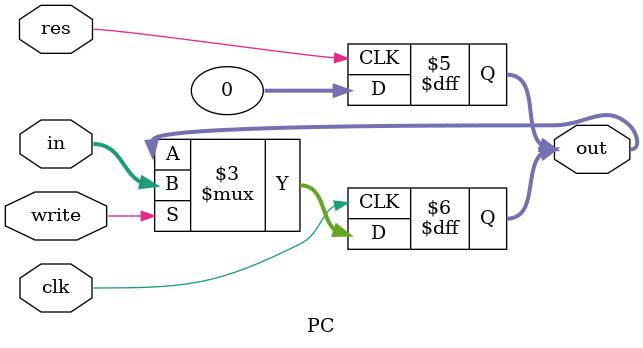
<source format=v>
`timescale 1ns / 1ps

module PC(
input clk, res, write,
input [31:0] in,
output reg [31:0] out
    );

	always @(posedge clk)
	begin
		if (write)
			out <= in;
	end

	always @(posedge res)
	begin
		out <= 0;
	end
endmodule
</source>
